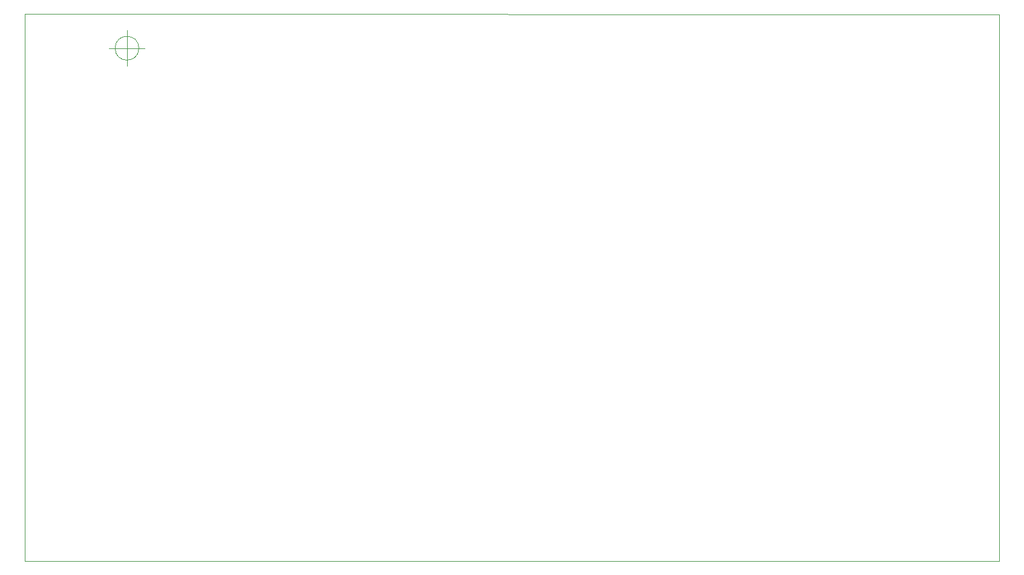
<source format=gbr>
G04 #@! TF.GenerationSoftware,KiCad,Pcbnew,(5.1.2)-1*
G04 #@! TF.CreationDate,2021-03-24T13:07:53+05:45*
G04 #@! TF.ProjectId,Pufferfish-Power-MCU,50756666-6572-4666-9973-682d506f7765,0.0*
G04 #@! TF.SameCoordinates,Original*
G04 #@! TF.FileFunction,Glue,Bot*
G04 #@! TF.FilePolarity,Positive*
%FSLAX46Y46*%
G04 Gerber Fmt 4.6, Leading zero omitted, Abs format (unit mm)*
G04 Created by KiCad (PCBNEW (5.1.2)-1) date 2021-03-24 13:07:53*
%MOMM*%
%LPD*%
G04 APERTURE LIST*
%ADD10C,0.100000*%
G04 APERTURE END LIST*
D10*
X203287400Y-43052600D02*
X66977400Y-42972600D01*
X203287400Y-119552600D02*
X203287400Y-43052600D01*
X66977400Y-119552600D02*
X203287400Y-119552600D01*
X66977400Y-42972600D02*
X66977400Y-119552600D01*
X82946666Y-47752000D02*
G75*
G03X82946666Y-47752000I-1666666J0D01*
G01*
X78780000Y-47752000D02*
X83780000Y-47752000D01*
X81280000Y-45252000D02*
X81280000Y-50252000D01*
M02*

</source>
